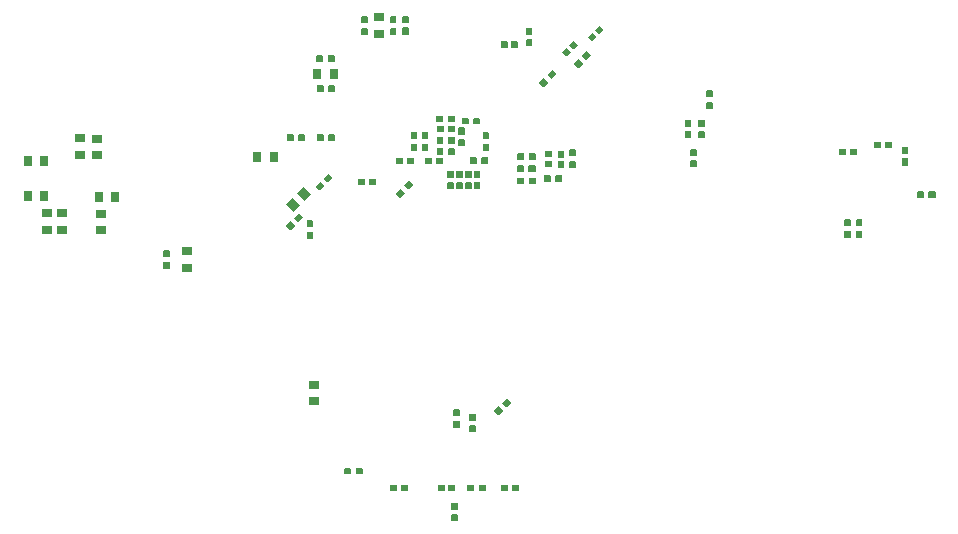
<source format=gbp>
G04*
G04 #@! TF.GenerationSoftware,Altium Limited,Altium Designer,25.0.2 (28)*
G04*
G04 Layer_Color=128*
%FSLAX44Y44*%
%MOMM*%
G71*
G04*
G04 #@! TF.SameCoordinates,34CB3397-E1FD-41C1-9A6A-8B3E81618BB9*
G04*
G04*
G04 #@! TF.FilePolarity,Positive*
G04*
G01*
G75*
%ADD19R,0.9000X0.8000*%
%ADD31R,0.8000X0.9000*%
G04:AMPARAMS|DCode=157|XSize=0.8mm|YSize=0.9mm|CornerRadius=0mm|HoleSize=0mm|Usage=FLASHONLY|Rotation=45.000|XOffset=0mm|YOffset=0mm|HoleType=Round|Shape=Rectangle|*
%AMROTATEDRECTD157*
4,1,4,0.0354,-0.6010,-0.6010,0.0354,-0.0354,0.6010,0.6010,-0.0354,0.0354,-0.6010,0.0*
%
%ADD157ROTATEDRECTD157*%

G36*
X513621Y668325D02*
Y663525D01*
X513121Y662825D01*
X508621D01*
X508121Y663525D01*
Y668325D01*
X508621Y668825D01*
X513121D01*
X513621Y668325D01*
D02*
G37*
G36*
X503255Y668089D02*
Y663289D01*
X502755Y662589D01*
X498255D01*
X497755Y663289D01*
Y668089D01*
X498255Y668589D01*
X502755D01*
X503255Y668089D01*
D02*
G37*
G36*
X479092Y668075D02*
Y663275D01*
X478592Y662575D01*
X474092D01*
X473592Y663275D01*
Y668075D01*
X474092Y668575D01*
X478592D01*
X479092Y668075D01*
D02*
G37*
G36*
X675264Y660737D02*
X678517Y657484D01*
Y656918D01*
X674977Y653378D01*
X674411D01*
X671158Y656631D01*
Y657197D01*
X674698Y660737D01*
X675264Y660737D01*
D02*
G37*
G36*
X513621Y658525D02*
Y653725D01*
X513121Y653225D01*
X508621D01*
X508121Y653725D01*
Y658525D01*
X508621Y659225D01*
X513121D01*
X513621Y658525D01*
D02*
G37*
G36*
X503255Y658289D02*
Y653489D01*
X502755Y652989D01*
X498255D01*
X497755Y653489D01*
Y658289D01*
X498255Y658989D01*
X502755D01*
X503255Y658289D01*
D02*
G37*
G36*
X618399Y658484D02*
Y653684D01*
X617899Y652984D01*
X613399D01*
X612899Y653684D01*
Y658484D01*
X613399Y658984D01*
X617899D01*
X618399Y658484D01*
D02*
G37*
G36*
X479092Y658275D02*
Y653475D01*
X478592Y652975D01*
X474092D01*
X473592Y653475D01*
Y658275D01*
X474092Y658975D01*
X478592D01*
X479092Y658275D01*
D02*
G37*
G36*
X672502Y651469D02*
Y650903D01*
X668962Y647363D01*
X668396Y647363D01*
X665143Y650616D01*
Y651182D01*
X668683Y654722D01*
X669249D01*
X672502Y651469D01*
D02*
G37*
G36*
X618399Y648684D02*
Y643884D01*
X617899Y643384D01*
X613399D01*
X612899Y643884D01*
Y648684D01*
X613399Y649384D01*
X617899D01*
X618399Y648684D01*
D02*
G37*
G36*
X605752Y647253D02*
Y642653D01*
X605352Y642253D01*
X600345D01*
X599945Y642653D01*
Y647253D01*
X600345Y647653D01*
X605352D01*
X605752Y647253D01*
D02*
G37*
G36*
X597245D02*
Y642653D01*
X596845Y642253D01*
X591839D01*
X591439Y642653D01*
Y647253D01*
X591839Y647653D01*
X596845D01*
X597245Y647253D01*
D02*
G37*
G36*
X653674Y648037D02*
X656927Y644784D01*
Y644218D01*
X653387Y640678D01*
X652821D01*
X649568Y643931D01*
Y644497D01*
X653108Y648037D01*
X653674Y648037D01*
D02*
G37*
G36*
X650912Y638769D02*
Y638203D01*
X647372Y634663D01*
X646806Y634663D01*
X643553Y637916D01*
Y638482D01*
X647093Y642022D01*
X647659D01*
X650912Y638769D01*
D02*
G37*
G36*
X667750Y636238D02*
X667749Y635531D01*
X664355Y632137D01*
X663507Y631995D01*
X660325Y635177D01*
X660467Y636026D01*
X663860Y639420D01*
X664568Y639420D01*
X667750Y636238D01*
D02*
G37*
G36*
X450850Y635326D02*
Y630826D01*
X450350Y630326D01*
X445550D01*
X444850Y630826D01*
Y635326D01*
X445550Y635826D01*
X450350D01*
X450850Y635326D01*
D02*
G37*
G36*
X441250D02*
Y630826D01*
X440550Y630326D01*
X435750D01*
X435250Y630826D01*
Y635326D01*
X435750Y635826D01*
X440550D01*
X441250Y635326D01*
D02*
G37*
G36*
X660961Y629450D02*
X660820Y628601D01*
X657426Y625207D01*
X656719Y625207D01*
X653537Y628389D01*
X653537Y629096D01*
X656931Y632490D01*
X657779Y632632D01*
X660961Y629450D01*
D02*
G37*
G36*
X638537Y620233D02*
X638537Y619525D01*
X635143Y616131D01*
X634294Y615990D01*
X631112Y619172D01*
X631254Y620020D01*
X634648Y623414D01*
X635355Y623415D01*
X638537Y620233D01*
D02*
G37*
G36*
X631749Y613444D02*
X631607Y612596D01*
X628213Y609202D01*
X627506Y609202D01*
X624324Y612384D01*
X624324Y613091D01*
X627718Y616485D01*
X628567Y616626D01*
X631749Y613444D01*
D02*
G37*
G36*
X451196Y609697D02*
Y605196D01*
X450696Y604697D01*
X445896D01*
X445196Y605196D01*
Y609697D01*
X445896Y610196D01*
X450696D01*
X451196Y609697D01*
D02*
G37*
G36*
X441596D02*
Y605196D01*
X440896Y604697D01*
X436096D01*
X435596Y605196D01*
Y609697D01*
X436096Y610196D01*
X440896D01*
X441596Y609697D01*
D02*
G37*
G36*
X771039Y605459D02*
Y600658D01*
X770539Y599959D01*
X766039D01*
X765539Y600658D01*
Y605459D01*
X766039Y605959D01*
X770539D01*
X771039Y605459D01*
D02*
G37*
G36*
Y595658D02*
Y590859D01*
X770539Y590359D01*
X766039D01*
X765539Y590859D01*
Y595658D01*
X766039Y596358D01*
X770539D01*
X771039Y595658D01*
D02*
G37*
G36*
X552585Y584023D02*
Y579522D01*
X552085Y579023D01*
X547285D01*
X546585Y579522D01*
Y584023D01*
X547285Y584522D01*
X552085D01*
X552585Y584023D01*
D02*
G37*
G36*
X542985D02*
Y579522D01*
X542285Y579023D01*
X537485D01*
X536985Y579522D01*
Y584023D01*
X537485Y584522D01*
X542285D01*
X542985Y584023D01*
D02*
G37*
G36*
X574004Y582138D02*
Y577638D01*
X573504Y577138D01*
X568704D01*
X568004Y577638D01*
Y582138D01*
X568704Y582638D01*
X573504D01*
X574004Y582138D01*
D02*
G37*
G36*
X564404D02*
Y577638D01*
X563704Y577138D01*
X558904D01*
X558404Y577638D01*
Y582138D01*
X558904Y582638D01*
X563704D01*
X564404Y582138D01*
D02*
G37*
G36*
X764047Y580634D02*
Y575834D01*
X763548Y575134D01*
X759047D01*
X758548Y575834D01*
Y580634D01*
X759047Y581134D01*
X763548D01*
X764047Y580634D01*
D02*
G37*
G36*
X752754Y580328D02*
Y575528D01*
X752254Y574828D01*
X747754D01*
X747254Y575528D01*
Y580328D01*
X747754Y580828D01*
X752254D01*
X752754Y580328D01*
D02*
G37*
G36*
X552920Y575410D02*
Y570910D01*
X552420Y570410D01*
X547620D01*
X546920Y570910D01*
Y575410D01*
X547620Y575910D01*
X552420D01*
X552920Y575410D01*
D02*
G37*
G36*
X543320D02*
Y570910D01*
X542620Y570410D01*
X537820D01*
X537319Y570910D01*
Y575410D01*
X537820Y575910D01*
X542620D01*
X543320Y575410D01*
D02*
G37*
G36*
X561224Y574036D02*
Y569237D01*
X560725Y568537D01*
X556224D01*
X555725Y569237D01*
Y574036D01*
X556224Y574537D01*
X560725D01*
X561224Y574036D01*
D02*
G37*
G36*
X764047Y570834D02*
Y566034D01*
X763548Y565533D01*
X759047D01*
X758548Y566034D01*
Y570834D01*
X759047Y571534D01*
X763548D01*
X764047Y570834D01*
D02*
G37*
G36*
X752754Y570528D02*
Y565728D01*
X752254Y565228D01*
X747754D01*
X747254Y565728D01*
Y570528D01*
X747754Y571228D01*
X752254D01*
X752754Y570528D01*
D02*
G37*
G36*
X581588Y570028D02*
Y565228D01*
X581088Y564528D01*
X576588D01*
X576088Y565228D01*
Y570028D01*
X576588Y570528D01*
X581088D01*
X581588Y570028D01*
D02*
G37*
G36*
X530217Y569986D02*
Y565185D01*
X529717Y564486D01*
X525217D01*
X524717Y565185D01*
Y569986D01*
X525217Y570486D01*
X529717D01*
X530217Y569986D01*
D02*
G37*
G36*
X520910Y569910D02*
Y565110D01*
X520410Y564410D01*
X515910D01*
X515410Y565110D01*
Y569910D01*
X515910Y570410D01*
X520410D01*
X520910Y569910D01*
D02*
G37*
G36*
X425786Y568252D02*
Y563752D01*
X425286Y563252D01*
X420486D01*
X419786Y563752D01*
Y568252D01*
X420486Y568752D01*
X425286D01*
X425786Y568252D01*
D02*
G37*
G36*
X416186D02*
Y563752D01*
X415486Y563252D01*
X410686D01*
X410186Y563752D01*
Y568252D01*
X410686Y568752D01*
X415486D01*
X416186Y568252D01*
D02*
G37*
G36*
X451196Y568187D02*
Y563687D01*
X450696Y563187D01*
X445896D01*
X445196Y563687D01*
Y568187D01*
X445896Y568687D01*
X450696D01*
X451196Y568187D01*
D02*
G37*
G36*
X441596D02*
Y563687D01*
X440896Y563187D01*
X436096D01*
X435596Y563687D01*
Y568187D01*
X436096Y568687D01*
X440896D01*
X441596Y568187D01*
D02*
G37*
G36*
X542893Y566361D02*
Y561562D01*
X542393Y560862D01*
X537893D01*
X537393Y561562D01*
Y566361D01*
X537893Y566862D01*
X542393D01*
X542893Y566361D01*
D02*
G37*
G36*
X552660Y566100D02*
Y561300D01*
X552160Y560600D01*
X547660D01*
X547160Y561300D01*
Y566100D01*
X547660Y566600D01*
X552160D01*
X552660Y566100D01*
D02*
G37*
G36*
X561224Y564237D02*
Y559437D01*
X560725Y558937D01*
X556224D01*
X555725Y559437D01*
Y564237D01*
X556224Y564936D01*
X560725D01*
X561224Y564237D01*
D02*
G37*
G36*
X923061Y562051D02*
Y557551D01*
X922561Y557051D01*
X917761D01*
X917061Y557551D01*
Y562051D01*
X917761Y562551D01*
X922561D01*
X923061Y562051D01*
D02*
G37*
G36*
X913461D02*
Y557551D01*
X912761Y557051D01*
X907961D01*
X907461Y557551D01*
Y562051D01*
X907961Y562551D01*
X912761D01*
X913461Y562051D01*
D02*
G37*
G36*
X581588Y560228D02*
Y555428D01*
X581088Y554928D01*
X576588D01*
X576088Y555428D01*
Y560228D01*
X576588Y560928D01*
X581088D01*
X581588Y560228D01*
D02*
G37*
G36*
X530217Y560185D02*
Y555386D01*
X529717Y554885D01*
X525217D01*
X524717Y555386D01*
Y560185D01*
X525217Y560885D01*
X529717D01*
X530217Y560185D01*
D02*
G37*
G36*
X520910Y560110D02*
Y555310D01*
X520410Y554810D01*
X515910D01*
X515410Y555310D01*
Y560110D01*
X515910Y560810D01*
X520410D01*
X520910Y560110D01*
D02*
G37*
G36*
X936624Y557390D02*
Y552590D01*
X936124Y551890D01*
X931624D01*
X931124Y552590D01*
Y557390D01*
X931624Y557890D01*
X936124D01*
X936624Y557390D01*
D02*
G37*
G36*
X542893Y556562D02*
Y551762D01*
X542393Y551261D01*
X537893D01*
X537393Y551762D01*
Y556562D01*
X537893Y557261D01*
X542393D01*
X542893Y556562D01*
D02*
G37*
G36*
X552660Y556300D02*
Y551500D01*
X552160Y551000D01*
X547660D01*
X547160Y551500D01*
Y556300D01*
X547660Y557000D01*
X552160D01*
X552660Y556300D01*
D02*
G37*
G36*
X893224Y555993D02*
Y551493D01*
X892724Y550993D01*
X887924D01*
X887225Y551493D01*
Y555993D01*
X887924Y556493D01*
X892724D01*
X893224Y555993D01*
D02*
G37*
G36*
X883624D02*
Y551493D01*
X882924Y550993D01*
X878124D01*
X877624Y551493D01*
Y555993D01*
X878124Y556493D01*
X882924D01*
X883624Y555993D01*
D02*
G37*
G36*
X757666Y555878D02*
Y551078D01*
X757166Y550378D01*
X752666D01*
X752166Y551078D01*
Y555878D01*
X752666Y556378D01*
X757166D01*
X757666Y555878D01*
D02*
G37*
G36*
X655052Y555506D02*
Y550706D01*
X654552Y550006D01*
X650052D01*
X649552Y550706D01*
Y555506D01*
X650052Y556006D01*
X654552D01*
X655052Y555506D01*
D02*
G37*
G36*
X634499Y554619D02*
Y549613D01*
X634099Y549213D01*
X629499D01*
X629099Y549613D01*
Y554619D01*
X629499Y555019D01*
X634099D01*
X634499Y554619D01*
D02*
G37*
G36*
X645038Y554513D02*
Y549506D01*
X644638Y549106D01*
X640038D01*
X639638Y549506D01*
Y554513D01*
X640038Y554913D01*
X644638D01*
X645038Y554513D01*
D02*
G37*
G36*
X621153Y552320D02*
Y547820D01*
X620653Y547320D01*
X615853D01*
X615153Y547820D01*
Y552320D01*
X615853Y552820D01*
X620653D01*
X621153Y552320D01*
D02*
G37*
G36*
X611553D02*
Y547820D01*
X610853Y547320D01*
X606053D01*
X605553Y547820D01*
Y552320D01*
X606053Y552820D01*
X610853D01*
X611553Y552320D01*
D02*
G37*
G36*
X580814Y548750D02*
Y544250D01*
X580314Y543750D01*
X575514D01*
X574814Y544250D01*
Y548750D01*
X575514Y549249D01*
X580314D01*
X580814Y548750D01*
D02*
G37*
G36*
X571214D02*
Y544250D01*
X570514Y543750D01*
X565714D01*
X565214Y544250D01*
Y548750D01*
X565714Y549249D01*
X570514D01*
X571214Y548750D01*
D02*
G37*
G36*
X542841Y548350D02*
Y543850D01*
X542341Y543350D01*
X537541D01*
X536841Y543850D01*
Y548350D01*
X537541Y548850D01*
X542341D01*
X542841Y548350D01*
D02*
G37*
G36*
X533241D02*
Y543850D01*
X532541Y543350D01*
X527741D01*
X527241Y543850D01*
Y548350D01*
X527741Y548850D01*
X532541D01*
X533241Y548350D01*
D02*
G37*
G36*
X518340Y548350D02*
Y543850D01*
X517840Y543350D01*
X513040D01*
X512340Y543850D01*
Y548350D01*
X513040Y548850D01*
X517840D01*
X518340Y548350D01*
D02*
G37*
G36*
X508740D02*
Y543850D01*
X508040Y543350D01*
X503240D01*
X502740Y543850D01*
Y548350D01*
X503240Y548850D01*
X508040D01*
X508740Y548350D01*
D02*
G37*
G36*
X936624Y547590D02*
Y542790D01*
X936124Y542290D01*
X931624D01*
X931124Y542790D01*
Y547590D01*
X931624Y548290D01*
X936124D01*
X936624Y547590D01*
D02*
G37*
G36*
X757666Y546078D02*
Y541278D01*
X757166Y540778D01*
X752666D01*
X752166Y541278D01*
Y546078D01*
X752666Y546778D01*
X757166D01*
X757666Y546078D01*
D02*
G37*
G36*
X634499Y546113D02*
Y541106D01*
X634099Y540706D01*
X629499D01*
X629099Y541106D01*
Y546113D01*
X629499Y546513D01*
X634099D01*
X634499Y546113D01*
D02*
G37*
G36*
X645038Y546006D02*
Y541000D01*
X644638Y540600D01*
X640038D01*
X639638Y541000D01*
Y546006D01*
X640038Y546406D01*
X644638D01*
X645038Y546006D01*
D02*
G37*
G36*
X655052Y545706D02*
Y540906D01*
X654552Y540406D01*
X650052D01*
X649552Y540906D01*
Y545706D01*
X650052Y546406D01*
X654552D01*
X655052Y545706D01*
D02*
G37*
G36*
X620991Y542031D02*
Y537531D01*
X620491Y537031D01*
X615691D01*
X614991Y537531D01*
Y542031D01*
X615691Y542531D01*
X620491D01*
X620991Y542031D01*
D02*
G37*
G36*
X611391D02*
Y537531D01*
X610691Y537031D01*
X605891D01*
X605391Y537531D01*
Y542031D01*
X605891Y542531D01*
X610691D01*
X611391Y542031D01*
D02*
G37*
G36*
X574179Y537375D02*
Y532575D01*
X573679Y531875D01*
X569179D01*
X568679Y532575D01*
Y537375D01*
X569179Y537876D01*
X573679D01*
X574179Y537375D01*
D02*
G37*
G36*
X567119D02*
Y532575D01*
X566619Y531875D01*
X562119D01*
X561619Y532575D01*
Y537375D01*
X562119Y537876D01*
X566619D01*
X567119Y537375D01*
D02*
G37*
G36*
X559267D02*
Y532575D01*
X558767Y531875D01*
X554267D01*
X553767Y532575D01*
Y537375D01*
X554267Y537876D01*
X558767D01*
X559267Y537375D01*
D02*
G37*
G36*
X551703D02*
Y532575D01*
X551203Y531875D01*
X546703D01*
X546203Y532575D01*
Y537375D01*
X546703Y537876D01*
X551203D01*
X551703Y537375D01*
D02*
G37*
G36*
X643465Y533725D02*
Y529224D01*
X642965Y528725D01*
X638165D01*
X637465Y529224D01*
Y533725D01*
X638165Y534224D01*
X642965D01*
X643465Y533725D01*
D02*
G37*
G36*
X633865D02*
Y529224D01*
X633165Y528725D01*
X628365D01*
X627865Y529224D01*
Y533725D01*
X628365Y534224D01*
X633165D01*
X633865Y533725D01*
D02*
G37*
G36*
X449067Y532245D02*
X449066Y531538D01*
X445672Y528143D01*
X444824Y528002D01*
X441642Y531184D01*
X441783Y532032D01*
X445177Y535427D01*
X445885Y535427D01*
X449067Y532245D01*
D02*
G37*
G36*
X621069Y531421D02*
Y526921D01*
X620569Y526421D01*
X615769D01*
X615069Y526921D01*
Y531421D01*
X615769Y531921D01*
X620569D01*
X621069Y531421D01*
D02*
G37*
G36*
X611469D02*
Y526921D01*
X610769Y526421D01*
X605969D01*
X605468Y526921D01*
Y531421D01*
X605969Y531921D01*
X610769D01*
X611469Y531421D01*
D02*
G37*
G36*
X486220Y530570D02*
Y526070D01*
X485720Y525570D01*
X480919D01*
X480220Y526070D01*
Y530570D01*
X480919Y531070D01*
X485720D01*
X486220Y530570D01*
D02*
G37*
G36*
X476620D02*
Y526070D01*
X475919Y525570D01*
X471120D01*
X470620Y526070D01*
Y530570D01*
X471120Y531070D01*
X475919D01*
X476620Y530570D01*
D02*
G37*
G36*
X574179Y527575D02*
Y522775D01*
X573679Y522275D01*
X569179D01*
X568679Y522775D01*
Y527575D01*
X569179Y528275D01*
X573679D01*
X574179Y527575D01*
D02*
G37*
G36*
X567119D02*
Y522775D01*
X566619Y522275D01*
X562119D01*
X561619Y522775D01*
Y527575D01*
X562119Y528275D01*
X566619D01*
X567119Y527575D01*
D02*
G37*
G36*
X559267D02*
Y522775D01*
X558767Y522275D01*
X554267D01*
X553767Y522775D01*
Y527575D01*
X554267Y528275D01*
X558767D01*
X559267Y527575D01*
D02*
G37*
G36*
X551703D02*
Y522775D01*
X551203Y522275D01*
X546703D01*
X546203Y522775D01*
Y527575D01*
X546703Y528275D01*
X551203D01*
X551703Y527575D01*
D02*
G37*
G36*
X516913Y526271D02*
X516913Y525563D01*
X513519Y522169D01*
X512671Y522028D01*
X509489Y525210D01*
X509630Y526058D01*
X513024Y529452D01*
X513731Y529453D01*
X516913Y526271D01*
D02*
G37*
G36*
X442278Y525456D02*
X442137Y524608D01*
X438743Y521214D01*
X438036Y521214D01*
X434854Y524396D01*
X434854Y525103D01*
X438248Y528497D01*
X439096Y528638D01*
X442278Y525456D01*
D02*
G37*
G36*
X510125Y519482D02*
X509983Y518634D01*
X506590Y515240D01*
X505882Y515240D01*
X502700Y518422D01*
X502701Y519129D01*
X506095Y522523D01*
X506943Y522664D01*
X510125Y519482D01*
D02*
G37*
G36*
X959688Y520011D02*
Y515511D01*
X959188Y515011D01*
X954388D01*
X953688Y515511D01*
Y520011D01*
X954388Y520511D01*
X959188D01*
X959688Y520011D01*
D02*
G37*
G36*
X950088D02*
Y515511D01*
X949388Y515011D01*
X944588D01*
X944088Y515511D01*
Y520011D01*
X944588Y520511D01*
X949388D01*
X950088Y520011D01*
D02*
G37*
G36*
X424249Y499036D02*
X424249Y498329D01*
X420855Y494935D01*
X420007Y494794D01*
X416825Y497976D01*
X416966Y498824D01*
X420360Y502218D01*
X421068Y502218D01*
X424249Y499036D01*
D02*
G37*
G36*
X897807Y496405D02*
Y491605D01*
X897307Y490905D01*
X892807D01*
X892307Y491605D01*
Y496405D01*
X892807Y496905D01*
X897307D01*
X897807Y496405D01*
D02*
G37*
G36*
X887720Y496321D02*
Y491521D01*
X887220Y490821D01*
X882720D01*
X882220Y491521D01*
Y496321D01*
X882720Y496822D01*
X887220D01*
X887720Y496321D01*
D02*
G37*
G36*
X432625Y495546D02*
Y490746D01*
X432125Y490046D01*
X427625D01*
X427125Y490746D01*
Y495546D01*
X427625Y496046D01*
X432125D01*
X432625Y495546D01*
D02*
G37*
G36*
X417461Y492248D02*
X417320Y491399D01*
X413926Y488005D01*
X413218Y488005D01*
X410037Y491187D01*
X410037Y491894D01*
X413431Y495289D01*
X414279Y495430D01*
X417461Y492248D01*
D02*
G37*
G36*
X897807Y486605D02*
Y481805D01*
X897307Y481305D01*
X892807D01*
X892307Y481805D01*
Y486605D01*
X892807Y487305D01*
X897307D01*
X897807Y486605D01*
D02*
G37*
G36*
X887720Y486522D02*
Y481721D01*
X887220Y481221D01*
X882720D01*
X882220Y481721D01*
Y486522D01*
X882720Y487221D01*
X887220D01*
X887720Y486522D01*
D02*
G37*
G36*
X432625Y485746D02*
Y480946D01*
X432125Y480446D01*
X427625D01*
X427125Y480946D01*
Y485746D01*
X427625Y486446D01*
X432125D01*
X432625Y485746D01*
D02*
G37*
G36*
X311166Y470119D02*
Y465319D01*
X310666Y464619D01*
X306166D01*
X305666Y465319D01*
Y470119D01*
X306166Y470620D01*
X310666D01*
X311166Y470119D01*
D02*
G37*
G36*
Y460319D02*
Y455519D01*
X310666Y455019D01*
X306166D01*
X305666Y455519D01*
Y460319D01*
X306166Y461019D01*
X310666D01*
X311166Y460319D01*
D02*
G37*
G36*
X600408Y342310D02*
X600408Y341603D01*
X597014Y338209D01*
X596165Y338068D01*
X592983Y341250D01*
X593125Y342098D01*
X596519Y345492D01*
X597226Y345492D01*
X600408Y342310D01*
D02*
G37*
G36*
X593620Y335522D02*
X593478Y334674D01*
X590084Y331280D01*
X589377Y331279D01*
X586195Y334461D01*
X586195Y335168D01*
X589589Y338563D01*
X590438Y338704D01*
X593620Y335522D01*
D02*
G37*
G36*
X556975Y335488D02*
Y330688D01*
X556475Y329988D01*
X551975D01*
X551475Y330688D01*
Y335488D01*
X551975Y335988D01*
X556475D01*
X556975Y335488D01*
D02*
G37*
G36*
X570527Y331571D02*
Y326772D01*
X570027Y326072D01*
X565527D01*
X565027Y326772D01*
Y331571D01*
X565527Y332071D01*
X570027D01*
X570527Y331571D01*
D02*
G37*
G36*
X556975Y325688D02*
Y320888D01*
X556475Y320388D01*
X551975D01*
X551475Y320888D01*
Y325688D01*
X551975Y326388D01*
X556475D01*
X556975Y325688D01*
D02*
G37*
G36*
X570527Y321772D02*
Y316971D01*
X570027Y316471D01*
X565527D01*
X565027Y316971D01*
Y321772D01*
X565527Y322471D01*
X570027D01*
X570527Y321772D01*
D02*
G37*
G36*
X474610Y285792D02*
Y281292D01*
X474110Y280792D01*
X469310D01*
X468610Y281292D01*
Y285792D01*
X469310Y286292D01*
X474110D01*
X474610Y285792D01*
D02*
G37*
G36*
X465010D02*
Y281292D01*
X464310Y280792D01*
X459510D01*
X459010Y281292D01*
Y285792D01*
X459510Y286292D01*
X464310D01*
X465010Y285792D01*
D02*
G37*
G36*
X552533Y271800D02*
Y267200D01*
X552133Y266800D01*
X547126D01*
X546726Y267200D01*
Y271800D01*
X547126Y272200D01*
X552133D01*
X552533Y271800D01*
D02*
G37*
G36*
X544026D02*
Y267200D01*
X543626Y266800D01*
X538620D01*
X538220Y267200D01*
Y271800D01*
X538620Y272200D01*
X543626D01*
X544026Y271800D01*
D02*
G37*
G36*
X578780Y271687D02*
Y267187D01*
X578280Y266687D01*
X573480D01*
X572780Y267187D01*
Y271687D01*
X573480Y272187D01*
X578280D01*
X578780Y271687D01*
D02*
G37*
G36*
X569180D02*
Y267187D01*
X568480Y266687D01*
X563680D01*
X563180Y267187D01*
Y271687D01*
X563680Y272187D01*
X568480D01*
X569180Y271687D01*
D02*
G37*
G36*
X513260Y271490D02*
Y266990D01*
X512760Y266490D01*
X507960D01*
X507260Y266990D01*
Y271490D01*
X507960Y271990D01*
X512760D01*
X513260Y271490D01*
D02*
G37*
G36*
X503660D02*
Y266990D01*
X502960Y266490D01*
X498160D01*
X497660Y266990D01*
Y271490D01*
X498160Y271990D01*
X502960D01*
X503660Y271490D01*
D02*
G37*
G36*
X607095Y271473D02*
Y266973D01*
X606595Y266473D01*
X601795D01*
X601095Y266973D01*
Y271473D01*
X601795Y271973D01*
X606595D01*
X607095Y271473D01*
D02*
G37*
G36*
X597495D02*
Y266973D01*
X596795Y266473D01*
X591995D01*
X591494Y266973D01*
Y271473D01*
X591995Y271973D01*
X596795D01*
X597495Y271473D01*
D02*
G37*
G36*
X555200Y256220D02*
Y251420D01*
X554700Y250720D01*
X550200D01*
X549700Y251420D01*
Y256220D01*
X550200Y256720D01*
X554700D01*
X555200Y256220D01*
D02*
G37*
G36*
Y246420D02*
Y241620D01*
X554700Y241120D01*
X550200D01*
X549700Y241620D01*
Y246420D01*
X550200Y247120D01*
X554700D01*
X555200Y246420D01*
D02*
G37*
D19*
X488787Y667657D02*
D03*
Y653656D02*
D03*
X250081Y551170D02*
D03*
Y565171D02*
D03*
X325623Y469949D02*
D03*
Y455948D02*
D03*
X206961Y502067D02*
D03*
Y488067D02*
D03*
X220122Y502099D02*
D03*
Y488098D02*
D03*
X252661Y501395D02*
D03*
Y487394D02*
D03*
X433070Y356900D02*
D03*
Y342900D02*
D03*
X235088Y565347D02*
D03*
Y551347D02*
D03*
D31*
X435932Y620116D02*
D03*
X449933D02*
D03*
X385430Y549910D02*
D03*
X399430D02*
D03*
X251278Y516002D02*
D03*
X265278D02*
D03*
X204888Y546176D02*
D03*
X190888D02*
D03*
X204888Y516754D02*
D03*
X190888D02*
D03*
D157*
X415468Y508717D02*
D03*
X425368Y518617D02*
D03*
M02*

</source>
